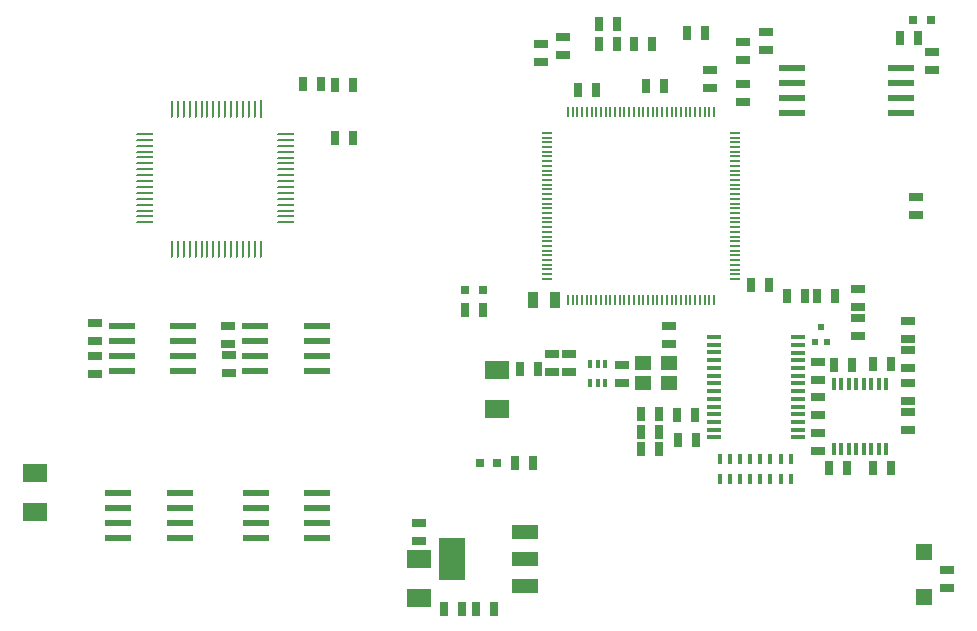
<source format=gtp>
G04 (created by PCBNEW-RS274X (2011-05-31)-stable) date Thu 06 Oct 2011 08:50:46 AM COT*
G01*
G70*
G90*
%MOIN*%
G04 Gerber Fmt 3.4, Leading zero omitted, Abs format*
%FSLAX34Y34*%
G04 APERTURE LIST*
%ADD10C,0.006000*%
%ADD11R,0.086600X0.023600*%
%ADD12R,0.088000X0.048000*%
%ADD13R,0.088000X0.142000*%
%ADD14R,0.055100X0.055100*%
%ADD15R,0.015700X0.039300*%
%ADD16R,0.035000X0.008000*%
%ADD17R,0.008000X0.035000*%
%ADD18R,0.025000X0.045000*%
%ADD19R,0.045000X0.025000*%
%ADD20R,0.080000X0.060000*%
%ADD21R,0.035000X0.055000*%
%ADD22R,0.050000X0.016000*%
%ADD23R,0.019600X0.023600*%
%ADD24R,0.015700X0.031400*%
%ADD25R,0.013800X0.035400*%
%ADD26R,0.055100X0.047200*%
%ADD27R,0.031400X0.031400*%
%ADD28R,0.009800X0.060000*%
%ADD29O,0.009800X0.060000*%
%ADD30O,0.060000X0.009800*%
G04 APERTURE END LIST*
G54D10*
G54D11*
X43982Y-46107D03*
X43982Y-45607D03*
X43982Y-45107D03*
X43982Y-44607D03*
X41936Y-44607D03*
X41936Y-45107D03*
X41936Y-45607D03*
X41936Y-46107D03*
X63461Y-37510D03*
X63461Y-37010D03*
X63461Y-36510D03*
X63461Y-36010D03*
X59839Y-36010D03*
X59839Y-36510D03*
X59839Y-37010D03*
X59839Y-37510D03*
X39540Y-46107D03*
X39540Y-45607D03*
X39540Y-45107D03*
X39540Y-44607D03*
X37494Y-44607D03*
X37494Y-45107D03*
X37494Y-45607D03*
X37494Y-46107D03*
X44008Y-51691D03*
X44008Y-51191D03*
X44008Y-50691D03*
X44008Y-50191D03*
X41962Y-50191D03*
X41962Y-50691D03*
X41962Y-51191D03*
X41962Y-51691D03*
X39418Y-51687D03*
X39418Y-51187D03*
X39418Y-50687D03*
X39418Y-50187D03*
X37372Y-50187D03*
X37372Y-50687D03*
X37372Y-51187D03*
X37372Y-51687D03*
G54D12*
X50941Y-53294D03*
X50941Y-52394D03*
X50941Y-51494D03*
G54D13*
X48501Y-52394D03*
G54D14*
X64221Y-52146D03*
X64221Y-53642D03*
G54D15*
X62966Y-46557D03*
X62716Y-46557D03*
X62466Y-46557D03*
X62216Y-46557D03*
X61966Y-46557D03*
X61716Y-46557D03*
X61466Y-46557D03*
X61216Y-46557D03*
X61216Y-48721D03*
X61466Y-48721D03*
X61716Y-48721D03*
X61966Y-48721D03*
X62216Y-48721D03*
X62466Y-48721D03*
X62716Y-48721D03*
X62966Y-48721D03*
G54D16*
X57919Y-43054D03*
G54D17*
X57228Y-37495D03*
G54D16*
X51669Y-38186D03*
G54D17*
X52360Y-43745D03*
G54D16*
X57919Y-42897D03*
G54D17*
X57071Y-37495D03*
G54D16*
X51669Y-38343D03*
G54D17*
X52517Y-43745D03*
G54D16*
X57919Y-42740D03*
G54D17*
X56914Y-37495D03*
G54D16*
X51669Y-38500D03*
G54D17*
X52674Y-43745D03*
G54D16*
X57919Y-42583D03*
G54D17*
X56757Y-37495D03*
G54D16*
X51669Y-38657D03*
G54D17*
X52831Y-43745D03*
G54D16*
X57919Y-42426D03*
G54D17*
X56600Y-37495D03*
G54D16*
X51669Y-38814D03*
G54D17*
X52988Y-43745D03*
G54D16*
X57919Y-42269D03*
G54D17*
X56443Y-37495D03*
G54D16*
X51669Y-38971D03*
G54D17*
X53145Y-43745D03*
G54D16*
X57919Y-42112D03*
G54D17*
X56286Y-37495D03*
G54D16*
X51669Y-39128D03*
G54D17*
X53302Y-43745D03*
G54D16*
X57919Y-41955D03*
G54D17*
X56129Y-37495D03*
G54D16*
X51669Y-39285D03*
G54D17*
X53459Y-43745D03*
G54D16*
X57919Y-41798D03*
G54D17*
X55972Y-37495D03*
G54D16*
X51669Y-39442D03*
G54D17*
X53616Y-43745D03*
G54D16*
X57919Y-41641D03*
G54D17*
X55815Y-37495D03*
G54D16*
X51669Y-39599D03*
G54D17*
X53773Y-43745D03*
G54D16*
X57919Y-41484D03*
G54D17*
X55658Y-37495D03*
G54D16*
X51669Y-39756D03*
G54D17*
X53930Y-43745D03*
G54D16*
X57919Y-41327D03*
G54D17*
X55501Y-37495D03*
G54D16*
X51669Y-39913D03*
G54D17*
X54087Y-43745D03*
G54D16*
X57919Y-41170D03*
G54D17*
X55344Y-37495D03*
G54D16*
X51669Y-40070D03*
G54D17*
X54244Y-43745D03*
G54D16*
X57919Y-41013D03*
G54D17*
X55187Y-37495D03*
G54D16*
X51669Y-40227D03*
G54D17*
X54401Y-43745D03*
G54D16*
X57919Y-40856D03*
G54D17*
X55030Y-37495D03*
G54D16*
X51669Y-40384D03*
G54D17*
X54558Y-43745D03*
G54D16*
X57919Y-40699D03*
G54D17*
X54873Y-37495D03*
G54D16*
X51669Y-40541D03*
G54D17*
X54715Y-43745D03*
G54D16*
X57919Y-40542D03*
G54D17*
X54716Y-37495D03*
G54D16*
X51669Y-40698D03*
G54D17*
X54872Y-43745D03*
G54D16*
X57919Y-40385D03*
G54D17*
X54559Y-37495D03*
G54D16*
X51669Y-40855D03*
G54D17*
X55029Y-43745D03*
G54D16*
X57919Y-40228D03*
G54D17*
X54402Y-37495D03*
G54D16*
X51669Y-41012D03*
G54D17*
X55186Y-43745D03*
G54D16*
X57919Y-40071D03*
G54D17*
X54245Y-37495D03*
G54D16*
X51669Y-41169D03*
G54D17*
X55343Y-43745D03*
G54D16*
X57919Y-39914D03*
G54D17*
X54088Y-37495D03*
G54D16*
X51669Y-41326D03*
G54D17*
X55500Y-43745D03*
G54D16*
X57919Y-39757D03*
G54D17*
X53931Y-37495D03*
G54D16*
X51669Y-41483D03*
G54D17*
X55657Y-43745D03*
G54D16*
X57919Y-39600D03*
G54D17*
X53774Y-37495D03*
G54D16*
X51669Y-41640D03*
G54D17*
X55814Y-43745D03*
G54D16*
X57919Y-39443D03*
G54D17*
X53617Y-37495D03*
G54D16*
X51669Y-41797D03*
G54D17*
X55971Y-43745D03*
G54D16*
X57919Y-39286D03*
G54D17*
X53460Y-37495D03*
G54D16*
X51669Y-41954D03*
G54D17*
X56128Y-43745D03*
G54D16*
X57919Y-39129D03*
G54D17*
X53303Y-37495D03*
G54D16*
X51669Y-42111D03*
G54D17*
X56285Y-43745D03*
G54D16*
X57919Y-38972D03*
G54D17*
X53146Y-37495D03*
G54D16*
X51669Y-42268D03*
G54D17*
X56442Y-43745D03*
G54D16*
X57919Y-38815D03*
G54D17*
X52989Y-37495D03*
G54D16*
X51669Y-42425D03*
G54D17*
X56599Y-43745D03*
G54D16*
X57919Y-38658D03*
G54D17*
X52832Y-37495D03*
G54D16*
X51669Y-42582D03*
G54D17*
X56756Y-43745D03*
G54D16*
X57919Y-38501D03*
G54D17*
X52675Y-37495D03*
G54D16*
X51669Y-42739D03*
G54D17*
X56913Y-43745D03*
G54D16*
X57919Y-38344D03*
G54D17*
X52518Y-37495D03*
G54D16*
X51669Y-42896D03*
G54D17*
X57070Y-43745D03*
G54D16*
X57919Y-38187D03*
G54D17*
X52361Y-37495D03*
G54D16*
X51669Y-43053D03*
G54D17*
X57227Y-43745D03*
G54D18*
X62515Y-45898D03*
X63115Y-45898D03*
X61836Y-45934D03*
X61236Y-45934D03*
X63143Y-49367D03*
X62543Y-49367D03*
X61678Y-49358D03*
X61078Y-49358D03*
X52692Y-36752D03*
X53292Y-36752D03*
G54D19*
X64508Y-35487D03*
X64508Y-36087D03*
G54D18*
X48913Y-44075D03*
X49513Y-44075D03*
X64040Y-35039D03*
X63440Y-35039D03*
G54D19*
X58209Y-37170D03*
X58209Y-36570D03*
G54D18*
X51211Y-49181D03*
X50611Y-49181D03*
X60269Y-43622D03*
X59669Y-43622D03*
G54D20*
X50000Y-46082D03*
X50000Y-47382D03*
G54D21*
X51938Y-43752D03*
X51188Y-43752D03*
G54D19*
X52185Y-35595D03*
X52185Y-34995D03*
X51476Y-35812D03*
X51476Y-35212D03*
G54D18*
X53981Y-34567D03*
X53381Y-34567D03*
X53981Y-35217D03*
X53381Y-35217D03*
X54562Y-35217D03*
X55162Y-35217D03*
X56334Y-34843D03*
X56934Y-34843D03*
G54D19*
X58209Y-35153D03*
X58209Y-35753D03*
X57087Y-36698D03*
X57087Y-36098D03*
G54D18*
X55576Y-36634D03*
X54976Y-36634D03*
G54D19*
X58965Y-35434D03*
X58965Y-34834D03*
X62025Y-44361D03*
X62025Y-44961D03*
X63705Y-46530D03*
X63705Y-47130D03*
X62025Y-43993D03*
X62025Y-43393D03*
X63957Y-40910D03*
X63957Y-40310D03*
X63704Y-45417D03*
X63704Y-46017D03*
G54D18*
X55410Y-48717D03*
X54810Y-48717D03*
X55410Y-48146D03*
X54810Y-48146D03*
X55410Y-47571D03*
X54810Y-47571D03*
G54D19*
X52409Y-45550D03*
X52409Y-46150D03*
G54D18*
X51363Y-46055D03*
X50763Y-46055D03*
G54D19*
X51835Y-46150D03*
X51835Y-45550D03*
X54165Y-45909D03*
X54165Y-46509D03*
X55740Y-44625D03*
X55740Y-45225D03*
X63704Y-44452D03*
X63704Y-45052D03*
G54D18*
X58476Y-43264D03*
X59076Y-43264D03*
G54D19*
X63709Y-48098D03*
X63709Y-47498D03*
G54D18*
X61265Y-43622D03*
X60665Y-43622D03*
G54D22*
X60022Y-48327D03*
X60022Y-48077D03*
X60022Y-47817D03*
X60022Y-47557D03*
X60022Y-47307D03*
X60022Y-47047D03*
X60022Y-46787D03*
X60022Y-46537D03*
X60022Y-46277D03*
X60022Y-46027D03*
X60022Y-45767D03*
X60022Y-45507D03*
X60022Y-45257D03*
X60022Y-44997D03*
X57222Y-44997D03*
X57222Y-45257D03*
X57222Y-45497D03*
X57222Y-45767D03*
X57222Y-46027D03*
X57222Y-46277D03*
X57222Y-46537D03*
X57222Y-46787D03*
X57222Y-47047D03*
X57222Y-47307D03*
X57222Y-47557D03*
X57222Y-47817D03*
X57222Y-48077D03*
X57222Y-48327D03*
G54D19*
X60693Y-48784D03*
X60693Y-48184D03*
X60697Y-46430D03*
X60697Y-45830D03*
X60697Y-46980D03*
X60697Y-47580D03*
X64997Y-53351D03*
X64997Y-52751D03*
G54D23*
X60603Y-45168D03*
X60995Y-45168D03*
X60799Y-44658D03*
G54D24*
X53605Y-45887D03*
X53350Y-45887D03*
X53095Y-45887D03*
X53095Y-46515D03*
X53350Y-46515D03*
X53605Y-46515D03*
G54D25*
X57413Y-49713D03*
X57413Y-49044D03*
X57748Y-49044D03*
X57748Y-49713D03*
X59472Y-49713D03*
X59472Y-49044D03*
X59807Y-49044D03*
X59807Y-49713D03*
X58764Y-49720D03*
X58764Y-49051D03*
X59099Y-49051D03*
X59099Y-49720D03*
X58083Y-49713D03*
X58083Y-49044D03*
X58418Y-49044D03*
X58418Y-49713D03*
G54D26*
X55740Y-45862D03*
X54874Y-45862D03*
X54874Y-46531D03*
X55740Y-46531D03*
G54D27*
X49415Y-49181D03*
X50005Y-49181D03*
X64468Y-34409D03*
X63878Y-34409D03*
X48937Y-43425D03*
X49527Y-43425D03*
G54D20*
X34605Y-49513D03*
X34605Y-50813D03*
G54D18*
X49895Y-54063D03*
X49295Y-54063D03*
X48229Y-54063D03*
X48829Y-54063D03*
X45180Y-36588D03*
X44580Y-36588D03*
X43530Y-36563D03*
X44130Y-36563D03*
X44605Y-38363D03*
X45205Y-38363D03*
G54D28*
X42115Y-37381D03*
G54D29*
X41918Y-37381D03*
X41721Y-37381D03*
X41524Y-37381D03*
X41327Y-37381D03*
X41131Y-37381D03*
X40934Y-37381D03*
X40737Y-37381D03*
X40540Y-37381D03*
X40343Y-37381D03*
X40146Y-37381D03*
X39950Y-37381D03*
X39753Y-37381D03*
X39556Y-37381D03*
X39359Y-37381D03*
X39162Y-37381D03*
G54D30*
X38264Y-38216D03*
X38264Y-38413D03*
X38264Y-38610D03*
X38264Y-38807D03*
X38264Y-39004D03*
X38264Y-39200D03*
X38264Y-39397D03*
X38264Y-39594D03*
X38264Y-39791D03*
X38264Y-39988D03*
X38264Y-40185D03*
X38264Y-40381D03*
X38264Y-40578D03*
X38264Y-40775D03*
X38264Y-40972D03*
X38264Y-41169D03*
G54D29*
X39162Y-42067D03*
X39359Y-42067D03*
X39556Y-42067D03*
X39753Y-42067D03*
X39950Y-42067D03*
X40146Y-42067D03*
X40343Y-42067D03*
X40540Y-42067D03*
X40737Y-42067D03*
X40934Y-42067D03*
X41131Y-42067D03*
X41327Y-42067D03*
X41524Y-42067D03*
X41721Y-42067D03*
X41918Y-42067D03*
X42115Y-42067D03*
G54D30*
X42950Y-41169D03*
X42950Y-40972D03*
X42950Y-40578D03*
X42957Y-40775D03*
X42950Y-40381D03*
X42950Y-40185D03*
X42950Y-39988D03*
X42950Y-39791D03*
X42950Y-39594D03*
X42950Y-39397D03*
X42950Y-39203D03*
X42950Y-39006D03*
X42950Y-38809D03*
X42950Y-38612D03*
X42950Y-38416D03*
X42950Y-38219D03*
G54D20*
X47398Y-52397D03*
X47398Y-53697D03*
G54D19*
X47394Y-51788D03*
X47394Y-51188D03*
X36605Y-45138D03*
X36605Y-44538D03*
X36605Y-45613D03*
X36605Y-46213D03*
G54D18*
X56620Y-48406D03*
X56020Y-48406D03*
X56612Y-47602D03*
X56012Y-47602D03*
G54D19*
X41046Y-45600D03*
X41046Y-46200D03*
X41038Y-45212D03*
X41038Y-44612D03*
M02*

</source>
